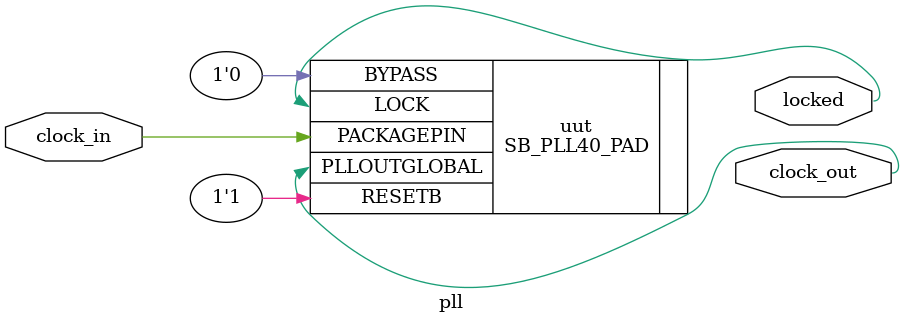
<source format=v>
/**
 * PLL configuration
 *
 * This Verilog module was generated automatically
 * using the icepll tool from the IceStorm project.
 * Use at your own risk.
 *
 * Given input frequency:       100.000 MHz
 * Requested output frequency:   30.000 MHz
 * Achieved output frequency:    30.000 MHz
 */

module pll(
	input  clock_in,
	output clock_out,
	output locked
	);

SB_PLL40_PAD #(
		.FEEDBACK_PATH("SIMPLE"),
		.DIVR(4'b0100),		// DIVR =  4
		.DIVF(7'b0101111),	// DIVF = 47
		.DIVQ(3'b101),		// DIVQ =  5
		.FILTER_RANGE(3'b010)	// FILTER_RANGE = 2
	) uut (
		.LOCK(locked),
		.RESETB(1'b1),
		.BYPASS(1'b0),
		.PACKAGEPIN(clock_in),
		.PLLOUTGLOBAL(clock_out)
		);

endmodule

</source>
